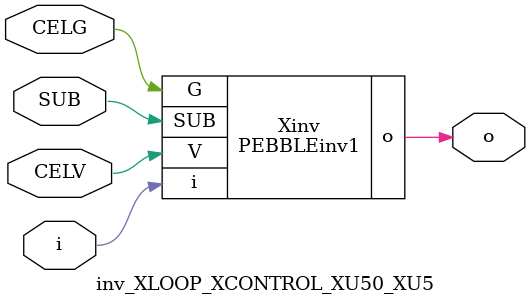
<source format=v>



module PEBBLEinv1 ( o, G, SUB, V, i );

  input V;
  input i;
  input G;
  output o;
  input SUB;
endmodule

//Celera Confidential Do Not Copy inv_XLOOP_XCONTROL_XU50_XU5
//Celera Confidential Symbol Generator
//5V Inverter
module inv_XLOOP_XCONTROL_XU50_XU5 (CELV,CELG,i,o,SUB);
input CELV;
input CELG;
input i;
input SUB;
output o;

//Celera Confidential Do Not Copy inv
PEBBLEinv1 Xinv(
.V (CELV),
.i (i),
.o (o),
.SUB (SUB),
.G (CELG)
);
//,diesize,PEBBLEinv1

//Celera Confidential Do Not Copy Module End
//Celera Schematic Generator
endmodule

</source>
